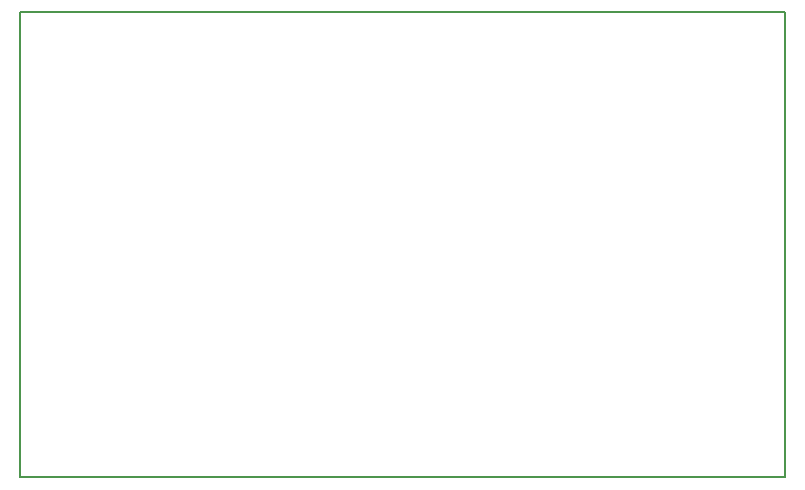
<source format=gbr>
G04 #@! TF.FileFunction,Profile,NP*
%FSLAX46Y46*%
G04 Gerber Fmt 4.6, Leading zero omitted, Abs format (unit mm)*
G04 Created by KiCad (PCBNEW 4.0.7) date 05/04/18 22:17:42*
%MOMM*%
%LPD*%
G01*
G04 APERTURE LIST*
%ADD10C,0.100000*%
%ADD11C,0.150000*%
G04 APERTURE END LIST*
D10*
D11*
X106680000Y-38100000D02*
X106680000Y-41910000D01*
X41910000Y-38100000D02*
X106680000Y-38100000D01*
X41910000Y-41910000D02*
X41910000Y-38100000D01*
X41910000Y-77470000D02*
X41910000Y-41910000D01*
X106680000Y-77470000D02*
X41910000Y-77470000D01*
X106680000Y-41910000D02*
X106680000Y-77470000D01*
M02*

</source>
